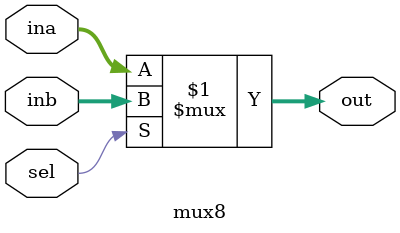
<source format=v>
`timescale 1ns / 1ps
module mux8(
    output [7:0] out,
    input sel,
    input [7:0] ina,
    input [7:0] inb
    );
    
    assign out = (sel ? inb : ina);
    
endmodule

</source>
